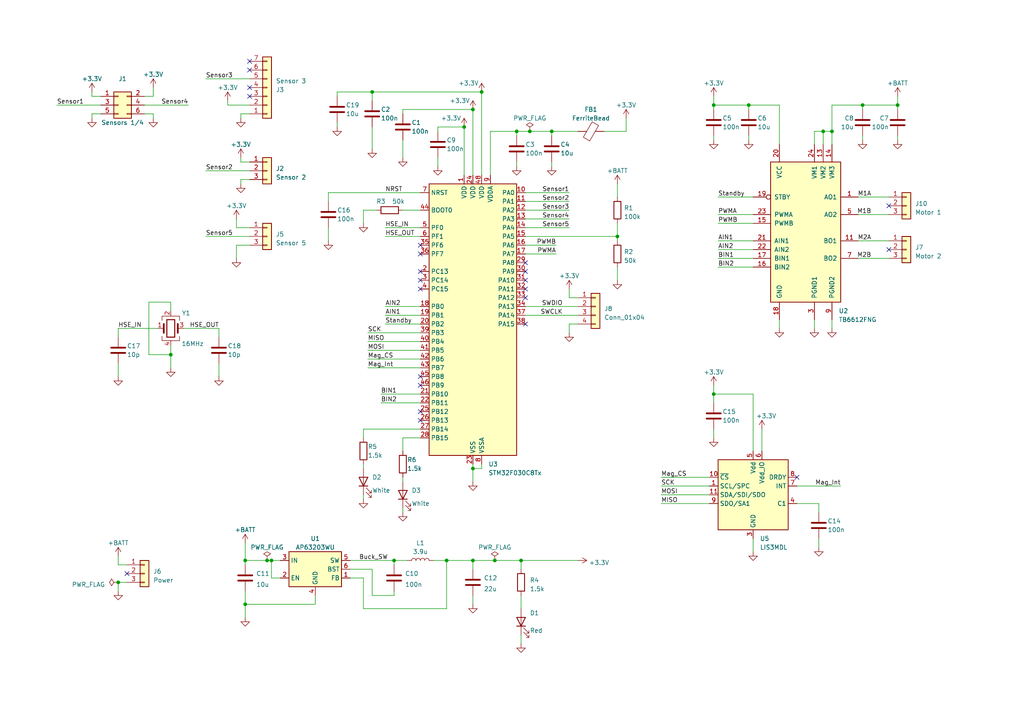
<source format=kicad_sch>
(kicad_sch (version 20230121) (generator eeschema)
  (paper "A4")
  (lib_symbols
    (symbol "Connector_Generic:Conn_01x03" (pin_names (offset 1.016) hide)
      (property "Reference" "J" (at 0 5.08 0))
      (property "Value" "Conn_01x03" (at 0 -5.08 0))
      (symbol "Conn_01x03_1_1"
        (rectangle (start -1.27 -2.413) (end 0 -2.667) (stroke (width 0.1524)))
        (rectangle (start -1.27 0.127) (end 0 -0.127) (stroke (width 0.1524)))
        (rectangle (start -1.27 2.667) (end 0 2.413) (stroke (width 0.1524)))
        (rectangle (start -1.27 3.81) (end 1.27 -3.81) (stroke (width 0.254)) (fill (type background)))
        (pin passive line (at -5.08 2.54 0) (length 3.81) (name "Pin_1") (number "1"))
        (pin passive line (at -5.08 0 0) (length 3.81) (name "Pin_2") (number "2"))
        (pin passive line (at -5.08 -2.54 0) (length 3.81) (name "Pin_3") (number "3"))
      )
    )
    (symbol "Connector_Generic:Conn_01x04" (pin_names (offset 1.016) hide)
      (property "Reference" "J" (at 0 5.08 0))
      (property "Value" "Conn_01x04" (at 0 -7.62 0))
      (symbol "Conn_01x04_1_1"
        (rectangle (start -1.27 -4.953) (end 0 -5.207) (stroke (width 0.1524)))
        (rectangle (start -1.27 -2.413) (end 0 -2.667) (stroke (width 0.1524)))
        (rectangle (start -1.27 0.127) (end 0 -0.127) (stroke (width 0.1524)))
        (rectangle (start -1.27 2.667) (end 0 2.413) (stroke (width 0.1524)))
        (rectangle (start -1.27 3.81) (end 1.27 -6.35) (stroke (width 0.254)) (fill (type background)))
        (pin passive line (at -5.08 2.54 0) (length 3.81) (name "Pin_1") (number "1"))
        (pin passive line (at -5.08 0 0) (length 3.81) (name "Pin_2") (number "2"))
        (pin passive line (at -5.08 -2.54 0) (length 3.81) (name "Pin_3") (number "3"))
        (pin passive line (at -5.08 -5.08 0) (length 3.81) (name "Pin_4") (number "4"))
      )
    )
    (symbol "Connector_Generic:Conn_01x07" (pin_names (offset 1.016) hide)
      (property "Reference" "J" (at 0 10.16 0))
      (property "Value" "Conn_01x07" (at 0 -10.16 0))
      (symbol "Conn_01x07_1_1"
        (rectangle (start -1.27 -7.493) (end 0 -7.747) (stroke (width 0.1524)))
        (rectangle (start -1.27 -4.953) (end 0 -5.207) (stroke (width 0.1524)))
        (rectangle (start -1.27 -2.413) (end 0 -2.667) (stroke (width 0.1524)))
        (rectangle (start -1.27 0.127) (end 0 -0.127) (stroke (width 0.1524)))
        (rectangle (start -1.27 2.667) (end 0 2.413) (stroke (width 0.1524)))
        (rectangle (start -1.27 5.207) (end 0 4.953) (stroke (width 0.1524)))
        (rectangle (start -1.27 7.747) (end 0 7.493) (stroke (width 0.1524)))
        (rectangle (start -1.27 8.89) (end 1.27 -8.89) (stroke (width 0.254)) (fill (type background)))
        (pin passive line (at -5.08 7.62 0) (length 3.81) (name "Pin_1") (number "1"))
        (pin passive line (at -5.08 5.08 0) (length 3.81) (name "Pin_2") (number "2"))
        (pin passive line (at -5.08 2.54 0) (length 3.81) (name "Pin_3") (number "3"))
        (pin passive line (at -5.08 0 0) (length 3.81) (name "Pin_4") (number "4"))
        (pin passive line (at -5.08 -2.54 0) (length 3.81) (name "Pin_5") (number "5"))
        (pin passive line (at -5.08 -5.08 0) (length 3.81) (name "Pin_6") (number "6"))
        (pin passive line (at -5.08 -7.62 0) (length 3.81) (name "Pin_7") (number "7"))
      )
    )
    (symbol "Connector_Generic:Conn_02x03_Odd_Even" (pin_names (offset 1.016) hide)
      (property "Reference" "J" (at 1.27 5.08 0))
      (property "Value" "Conn_02x03_Odd_Even" (at 1.27 -5.08 0))
      (symbol "Conn_02x03_Odd_Even_1_1"
        (rectangle (start -1.27 -2.413) (end 0 -2.667) (stroke (width 0.1524)))
        (rectangle (start -1.27 0.127) (end 0 -0.127) (stroke (width 0.1524)))
        (rectangle (start -1.27 2.667) (end 0 2.413) (stroke (width 0.1524)))
        (rectangle (start -1.27 3.81) (end 3.81 -3.81) (stroke (width 0.254)) (fill (type background)))
        (rectangle (start 3.81 -2.413) (end 2.54 -2.667) (stroke (width 0.1524)))
        (rectangle (start 3.81 0.127) (end 2.54 -0.127) (stroke (width 0.1524)))
        (rectangle (start 3.81 2.667) (end 2.54 2.413) (stroke (width 0.1524)))
        (pin passive line (at -5.08 2.54 0) (length 3.81) (name "Pin_1") (number "1"))
        (pin passive line (at 7.62 2.54 180) (length 3.81) (name "Pin_2") (number "2"))
        (pin passive line (at -5.08 0 0) (length 3.81) (name "Pin_3") (number "3"))
        (pin passive line (at 7.62 0 180) (length 3.81) (name "Pin_4") (number "4"))
        (pin passive line (at -5.08 -2.54 0) (length 3.81) (name "Pin_5") (number "5"))
        (pin passive line (at 7.62 -2.54 180) (length 3.81) (name "Pin_6") (number "6"))
      )
    )
    (symbol "Device:C" (pin_numbers hide) (pin_names (offset 0.254))
      (property "Reference" "C" (at 0.635 2.54 0))
      (property "Value" "C" (at 0.635 -2.54 0))
      (symbol "C_0_1"
        (polyline (pts (xy -2.032 -0.762) (xy 2.032 -0.762)) (stroke (width 0.508)))
        (polyline (pts (xy -2.032 0.762) (xy 2.032 0.762)) (stroke (width 0.508)))
      )
      (symbol "C_1_1"
        (pin passive line (at 0 3.81 270) (length 2.794) (name "~") (number "1"))
        (pin passive line (at 0 -3.81 90) (length 2.794) (name "~") (number "2"))
      )
    )
    (symbol "Device:Crystal_GND24" (pin_names (offset 1.016) hide)
      (property "Reference" "Y" (at 3.175 5.08 0))
      (property "Value" "Crystal_GND24" (at 3.175 3.175 0))
      (symbol "Crystal_GND24_0_1"
        (rectangle (start -1.143 2.54) (end 1.143 -2.54) (stroke (width 0.3048)))
        (polyline (pts (xy -2.54 0) (xy -2.032 0)))
        (polyline (pts (xy -2.032 -1.27) (xy -2.032 1.27)) (stroke (width 0.508)))
        (polyline (pts (xy 0 -3.81) (xy 0 -3.556)))
        (polyline (pts (xy 0 3.556) (xy 0 3.81)))
        (polyline (pts (xy 2.032 -1.27) (xy 2.032 1.27)) (stroke (width 0.508)))
        (polyline (pts (xy 2.032 0) (xy 2.54 0)))
        (polyline (pts (xy -2.54 -2.286) (xy -2.54 -3.556) (xy 2.54 -3.556) (xy 2.54 -2.286)))
        (polyline (pts (xy -2.54 2.286) (xy -2.54 3.556) (xy 2.54 3.556) (xy 2.54 2.286)))
      )
      (symbol "Crystal_GND24_1_1"
        (pin passive line (at -3.81 0 0) (length 1.27) (name "1") (number "1"))
        (pin passive line (at 0 5.08 270) (length 1.27) (name "2") (number "2"))
        (pin passive line (at 3.81 0 180) (length 1.27) (name "3") (number "3"))
        (pin passive line (at 0 -5.08 90) (length 1.27) (name "4") (number "4"))
      )
    )
    (symbol "Device:FerriteBead" (pin_numbers hide) (pin_names (offset 0))
      (property "Reference" "FB" (at -3.81 0.635 90))
      (property "Value" "FerriteBead" (at 3.81 0 90))
      (symbol "FerriteBead_0_1"
        (polyline (pts (xy 0 -1.27) (xy 0 -1.2192)))
        (polyline (pts (xy 0 1.27) (xy 0 1.2954)))
        (polyline (pts (xy -2.7686 0.4064) (xy -1.7018 2.2606) (xy 2.7686 -0.3048) (xy 1.6764 -2.159) (xy -2.7686 0.4064)))
      )
      (symbol "FerriteBead_1_1"
        (pin passive line (at 0 3.81 270) (length 2.54) (name "~") (number "1"))
        (pin passive line (at 0 -3.81 90) (length 2.54) (name "~") (number "2"))
      )
    )
    (symbol "Device:L" (pin_numbers hide) (pin_names (offset 1.016) hide)
      (property "Reference" "L" (at -1.27 0 90))
      (property "Value" "L" (at 1.905 0 90))
      (symbol "L_0_1"
        (arc (start 0 -2.54) (mid 0.6323 -1.905) (end 0 -1.27))
        (arc (start 0 -1.27) (mid 0.6323 -0.635) (end 0 0))
        (arc (start 0 0) (mid 0.6323 0.635) (end 0 1.27))
        (arc (start 0 1.27) (mid 0.6323 1.905) (end 0 2.54))
      )
      (symbol "L_1_1"
        (pin passive line (at 0 3.81 270) (length 1.27) (name "1") (number "1"))
        (pin passive line (at 0 -3.81 90) (length 1.27) (name "2") (number "2"))
      )
    )
    (symbol "Device:LED" (pin_numbers hide) (pin_names (offset 1.016) hide)
      (property "Reference" "D" (at 0 2.54 0))
      (property "Value" "LED" (at 0 -2.54 0))
      (symbol "LED_0_1"
        (polyline (pts (xy -1.27 -1.27) (xy -1.27 1.27)) (stroke (width 0.254)))
        (polyline (pts (xy -1.27 0) (xy 1.27 0)))
        (polyline (pts (xy 1.27 -1.27) (xy 1.27 1.27) (xy -1.27 0) (xy 1.27 -1.27)) (stroke (width 0.254)))
        (polyline (pts (xy -3.048 -0.762) (xy -4.572 -2.286) (xy -3.81 -2.286) (xy -4.572 -2.286) (xy -4.572 -1.524)))
        (polyline (pts (xy -1.778 -0.762) (xy -3.302 -2.286) (xy -2.54 -2.286) (xy -3.302 -2.286) (xy -3.302 -1.524)))
      )
      (symbol "LED_1_1"
        (pin passive line (at -3.81 0 0) (length 2.54) (name "K") (number "1"))
        (pin passive line (at 3.81 0 180) (length 2.54) (name "A") (number "2"))
      )
    )
    (symbol "Device:R" (pin_numbers hide) (pin_names (offset 0))
      (property "Reference" "R" (at 2.032 0 90))
      (property "Value" "R" (at 0 0 90))
      (symbol "R_0_1"
        (rectangle (start -1.016 -2.54) (end 1.016 2.54) (stroke (width 0.254)))
      )
      (symbol "R_1_1"
        (pin passive line (at 0 3.81 270) (length 1.27) (name "~") (number "1"))
        (pin passive line (at 0 -3.81 90) (length 1.27) (name "~") (number "2"))
      )
    )
    (symbol "Driver_Motor:TB6612FNG" (pin_names (offset 1.016))
      (property "Reference" "U" (at 11.43 17.78 0))
      (property "Value" "TB6612FNG" (at 11.43 15.24 0))
      (symbol "TB6612FNG_0_1"
        (rectangle (start -10.16 20.32) (end 10.16 -20.32) (stroke (width 0.254)) (fill (type background)))
      )
      (symbol "TB6612FNG_1_1"
        (pin output line (at 15.24 10.16 180) (length 5.08) (name "AO1") (number "1"))
        (pin passive line (at 7.62 -25.4 90) (length 5.08) hide (name "PGND2") (number "10"))
        (pin output line (at 15.24 -2.54 180) (length 5.08) (name "BO1") (number "11"))
        (pin passive line (at 15.24 -2.54 180) (length 5.08) hide (name "BO1") (number "12"))
        (pin power_in line (at 5.08 25.4 270) (length 5.08) (name "VM2") (number "13"))
        (pin power_in line (at 7.62 25.4 270) (length 5.08) (name "VM3") (number "14"))
        (pin input line (at -15.24 2.54 0) (length 5.08) (name "PWMB") (number "15"))
        (pin input line (at -15.24 -10.16 0) (length 5.08) (name "BIN2") (number "16"))
        (pin input line (at -15.24 -7.62 0) (length 5.08) (name "BIN1") (number "17"))
        (pin power_in line (at -7.62 -25.4 90) (length 5.08) (name "GND") (number "18"))
        (pin input inverted (at -15.24 10.16 0) (length 5.08) (name "STBY") (number "19"))
        (pin passive line (at 15.24 10.16 180) (length 5.08) hide (name "AO1") (number "2"))
        (pin power_in line (at -7.62 25.4 270) (length 5.08) (name "VCC") (number "20"))
        (pin input line (at -15.24 -2.54 0) (length 5.08) (name "AIN1") (number "21"))
        (pin input line (at -15.24 -5.08 0) (length 5.08) (name "AIN2") (number "22"))
        (pin input line (at -15.24 5.08 0) (length 5.08) (name "PWMA") (number "23"))
        (pin power_in line (at 2.54 25.4 270) (length 5.08) (name "VM1") (number "24"))
        (pin power_in line (at 2.54 -25.4 90) (length 5.08) (name "PGND1") (number "3"))
        (pin passive line (at 2.54 -25.4 90) (length 5.08) hide (name "PGND1") (number "4"))
        (pin output line (at 15.24 5.08 180) (length 5.08) (name "AO2") (number "5"))
        (pin passive line (at 15.24 5.08 180) (length 5.08) hide (name "AO2") (number "6"))
        (pin output line (at 15.24 -7.62 180) (length 5.08) (name "BO2") (number "7"))
        (pin passive line (at 15.24 -7.62 180) (length 5.08) hide (name "BO2") (number "8"))
        (pin power_in line (at 7.62 -25.4 90) (length 5.08) (name "PGND2") (number "9"))
      )
    )
    (symbol "MCU_ST_STM32F0:STM32F030C8Tx"
      (property "Reference" "U" (at -12.7 41.91 0))
      (property "Value" "STM32F030C8Tx" (at 7.62 41.91 0))
      (symbol "STM32F030C8Tx_0_1"
        (rectangle (start -12.7 -38.1) (end 12.7 40.64) (stroke (width 0.254)) (fill (type background)))
      )
      (symbol "STM32F030C8Tx_1_1"
        (pin power_in line (at -2.54 43.18 270) (length 2.54) (name "VDD") (number "1"))
        (pin bidirectional line (at 15.24 38.1 180) (length 2.54) (name "PA0") (number "10"))
        (pin bidirectional line (at 15.24 35.56 180) (length 2.54) (name "PA1") (number "11"))
        (pin bidirectional line (at 15.24 33.02 180) (length 2.54) (name "PA2") (number "12"))
        (pin bidirectional line (at 15.24 30.48 180) (length 2.54) (name "PA3") (number "13"))
        (pin bidirectional line (at 15.24 27.94 180) (length 2.54) (name "PA4") (number "14"))
        (pin bidirectional line (at 15.24 25.4 180) (length 2.54) (name "PA5") (number "15"))
        (pin bidirectional line (at 15.24 22.86 180) (length 2.54) (name "PA6") (number "16"))
        (pin bidirectional line (at 15.24 20.32 180) (length 2.54) (name "PA7") (number "17"))
        (pin bidirectional line (at -15.24 5.08 0) (length 2.54) (name "PB0") (number "18"))
        (pin bidirectional line (at -15.24 2.54 0) (length 2.54) (name "PB1") (number "19"))
        (pin bidirectional line (at -15.24 15.24 0) (length 2.54) (name "PC13") (number "2"))
        (pin bidirectional line (at -15.24 0 0) (length 2.54) (name "PB2") (number "20"))
        (pin bidirectional line (at -15.24 -20.32 0) (length 2.54) (name "PB10") (number "21"))
        (pin bidirectional line (at -15.24 -22.86 0) (length 2.54) (name "PB11") (number "22"))
        (pin power_in line (at 0 -40.64 90) (length 2.54) (name "VSS") (number "23"))
        (pin power_in line (at 0 43.18 270) (length 2.54) (name "VDD") (number "24"))
        (pin bidirectional line (at -15.24 -25.4 0) (length 2.54) (name "PB12") (number "25"))
        (pin bidirectional line (at -15.24 -27.94 0) (length 2.54) (name "PB13") (number "26"))
        (pin bidirectional line (at -15.24 -30.48 0) (length 2.54) (name "PB14") (number "27"))
        (pin bidirectional line (at -15.24 -33.02 0) (length 2.54) (name "PB15") (number "28"))
        (pin bidirectional line (at 15.24 17.78 180) (length 2.54) (name "PA8") (number "29"))
        (pin bidirectional line (at -15.24 12.7 0) (length 2.54) (name "PC14") (number "3"))
        (pin bidirectional line (at 15.24 15.24 180) (length 2.54) (name "PA9") (number "30"))
        (pin bidirectional line (at 15.24 12.7 180) (length 2.54) (name "PA10") (number "31"))
        (pin bidirectional line (at 15.24 10.16 180) (length 2.54) (name "PA11") (number "32"))
        (pin bidirectional line (at 15.24 7.62 180) (length 2.54) (name "PA12") (number "33"))
        (pin bidirectional line (at 15.24 5.08 180) (length 2.54) (name "PA13") (number "34"))
        (pin bidirectional line (at -15.24 22.86 0) (length 2.54) (name "PF6") (number "35"))
        (pin bidirectional line (at -15.24 20.32 0) (length 2.54) (name "PF7") (number "36"))
        (pin bidirectional line (at 15.24 2.54 180) (length 2.54) (name "PA14") (number "37"))
        (pin bidirectional line (at 15.24 0 180) (length 2.54) (name "PA15") (number "38"))
        (pin bidirectional line (at -15.24 -2.54 0) (length 2.54) (name "PB3") (number "39"))
        (pin bidirectional line (at -15.24 10.16 0) (length 2.54) (name "PC15") (number "4"))
        (pin bidirectional line (at -15.24 -5.08 0) (length 2.54) (name "PB4") (number "40"))
        (pin bidirectional line (at -15.24 -7.62 0) (length 2.54) (name "PB5") (number "41"))
        (pin bidirectional line (at -15.24 -10.16 0) (length 2.54) (name "PB6") (number "42"))
        (pin bidirectional line (at -15.24 -12.7 0) (length 2.54) (name "PB7") (number "43"))
        (pin input line (at -15.24 33.02 0) (length 2.54) (name "BOOT0") (number "44"))
        (pin bidirectional line (at -15.24 -15.24 0) (length 2.54) (name "PB8") (number "45"))
        (pin bidirectional line (at -15.24 -17.78 0) (length 2.54) (name "PB9") (number "46"))
        (pin passive line (at 0 -40.64 90) (length 2.54) hide (name "VSS") (number "47"))
        (pin power_in line (at 2.54 43.18 270) (length 2.54) (name "VDD") (number "48"))
        (pin bidirectional line (at -15.24 27.94 0) (length 2.54) (name "PF0") (number "5"))
        (pin bidirectional line (at -15.24 25.4 0) (length 2.54) (name "PF1") (number "6"))
        (pin input line (at -15.24 38.1 0) (length 2.54) (name "NRST") (number "7"))
        (pin power_in line (at 2.54 -40.64 90) (length 2.54) (name "VSSA") (number "8"))
        (pin power_in line (at 5.08 43.18 270) (length 2.54) (name "VDDA") (number "9"))
      )
    )
    (symbol "Regulator_Switching:AP63203WU"
      (property "Reference" "U" (at -7.62 6.35 0))
      (property "Value" "AP63203WU" (at 2.54 6.35 0))
      (symbol "AP63203WU_0_1"
        (rectangle (start -7.62 5.08) (end 7.62 -5.08) (stroke (width 0.254)) (fill (type background)))
      )
      (symbol "AP63203WU_1_1"
        (pin input line (at 10.16 -2.54 180) (length 2.54) (name "FB") (number "1"))
        (pin input line (at -10.16 -2.54 0) (length 2.54) (name "EN") (number "2"))
        (pin power_in line (at -10.16 2.54 0) (length 2.54) (name "IN") (number "3"))
        (pin power_in line (at 0 -7.62 90) (length 2.54) (name "GND") (number "4"))
        (pin output line (at 10.16 2.54 180) (length 2.54) (name "SW") (number "5"))
        (pin passive line (at 10.16 0 180) (length 2.54) (name "BST") (number "6"))
      )
    )
    (symbol "Sensor_Magnetic:LIS3MDL"
      (property "Reference" "U" (at -8.89 11.43 0))
      (property "Value" "LIS3MDL" (at 7.62 11.43 0))
      (symbol "LIS3MDL_0_1"
        (rectangle (start -10.16 10.16) (end 10.16 -10.16) (stroke (width 0.254)) (fill (type background)))
      )
      (symbol "LIS3MDL_1_1"
        (pin input line (at -12.7 2.54 0) (length 2.54) (name "SCL/SPC") (number "1"))
        (pin input line (at -12.7 5.08 0) (length 2.54) (name "~{CS}") (number "10"))
        (pin bidirectional line (at -12.7 0 0) (length 2.54) (name "SDA/SDI/SDO") (number "11"))
        (pin passive line (at 0 -12.7 90) (length 2.54) hide (name "GND") (number "12"))
        (pin passive line (at 0 -12.7 90) (length 2.54) hide (name "GND") (number "2"))
        (pin power_in line (at 0 -12.7 90) (length 2.54) (name "GND") (number "3"))
        (pin power_out line (at 12.7 -2.54 180) (length 2.54) (name "C1") (number "4"))
        (pin power_in line (at 0 12.7 270) (length 2.54) (name "Vdd") (number "5"))
        (pin power_in line (at 2.54 12.7 270) (length 2.54) (name "Vdd_IO") (number "6"))
        (pin output line (at 12.7 2.54 180) (length 2.54) (name "INT") (number "7"))
        (pin output line (at 12.7 5.08 180) (length 2.54) (name "DRDY") (number "8"))
        (pin bidirectional line (at -12.7 -2.54 0) (length 2.54) (name "SDO/SA1") (number "9"))
      )
    )
    (symbol "power:+3.3V" (power) (pin_names (offset 0))
      (property "Value" "+3.3V" (at 0 3.556 0))
      (symbol "+3.3V_0_1"
        (polyline (pts (xy -0.762 1.27) (xy 0 2.54)))
        (polyline (pts (xy 0 0) (xy 0 2.54)))
        (polyline (pts (xy 0 2.54) (xy 0.762 1.27)))
      )
      (symbol "+3.3V_1_1"
        (pin power_in line (at 0 0 90) (length 0) hide (name "+3.3V") (number "1"))
      )
    )
    (symbol "power:+BATT" (power) (pin_names (offset 0))
      (property "Value" "+BATT" (at 0 3.556 0))
      (symbol "+BATT_0_1"
        (polyline (pts (xy -0.762 1.27) (xy 0 2.54)))
        (polyline (pts (xy 0 0) (xy 0 2.54)))
        (polyline (pts (xy 0 2.54) (xy 0.762 1.27)))
      )
      (symbol "+BATT_1_1"
        (pin power_in line (at 0 0 90) (length 0) hide (name "+BATT") (number "1"))
      )
    )
    (symbol "power:GND" (power) (pin_names (offset 0))
      (property "Value" "GND" (at 0 -3.81 0))
      (symbol "GND_0_1"
        (polyline (pts (xy 0 0) (xy 0 -1.27) (xy 1.27 -1.27) (xy 0 -2.54) (xy -1.27 -1.27) (xy 0 -1.27)))
      )
      (symbol "GND_1_1"
        (pin power_in line (at 0 0 270) (length 0) hide (name "GND") (number "1"))
      )
    )
    (symbol "power:PWR_FLAG" (power) (pin_numbers hide) (pin_names (offset 0) hide)
      (property "Value" "PWR_FLAG" (at 0 3.81 0))
      (symbol "PWR_FLAG_0_0"
        (pin power_out line (at 0 0 90) (length 0) (name "pwr") (number "1"))
      )
      (symbol "PWR_FLAG_0_1"
        (polyline (pts (xy 0 0) (xy 0 1.27) (xy -1.016 1.905) (xy 0 2.54) (xy 1.016 1.905) (xy 0 1.27)))
      )
    )
  )
  (junction (at 250.19 30.48))
  (junction (at 129.54 162.56))
  (junction (at 34.29 168.91))
  (junction (at 238.76 38.1))
  (junction (at 71.12 162.56))
  (junction (at 137.16 162.56))
  (junction (at 179.07 68.58))
  (junction (at 134.62 36.83))
  (junction (at 160.02 38.1))
  (junction (at 71.12 175.26))
  (junction (at 49.53 102.87))
  (junction (at 139.7 26.67))
  (junction (at 137.16 135.89))
  (junction (at 114.3 162.56))
  (junction (at 241.3 38.1))
  (junction (at 217.17 30.48))
  (junction (at 143.51 162.56))
  (junction (at 153.67 38.1))
  (junction (at 207.01 114.3))
  (junction (at 77.47 162.56))
  (junction (at 207.01 30.48))
  (junction (at 107.95 26.67))
  (junction (at 137.16 31.75))
  (junction (at 260.35 30.48))
  (junction (at 151.13 162.56))
  (junction (at 78.74 162.56))
  (junction (at 149.86 38.1))
  (no_connect (at 121.92 71.12))
  (no_connect (at 121.92 78.74))
  (no_connect (at 121.92 73.66))
  (no_connect (at 121.92 111.76))
  (no_connect (at 257.81 59.69))
  (no_connect (at 121.92 119.38))
  (no_connect (at 152.4 83.82))
  (no_connect (at 72.39 27.94))
  (no_connect (at 121.92 83.82))
  (no_connect (at 72.39 17.78))
  (no_connect (at 152.4 76.2))
  (no_connect (at 257.81 72.39))
  (no_connect (at 72.39 20.32))
  (no_connect (at 231.14 138.43))
  (no_connect (at 152.4 81.28))
  (no_connect (at 152.4 93.98))
  (no_connect (at 121.92 109.22))
  (no_connect (at 152.4 86.36))
  (no_connect (at 72.39 25.4))
  (no_connect (at 121.92 121.92))
  (no_connect (at 36.83 166.37))
  (no_connect (at 121.92 81.28))
  (no_connect (at 152.4 78.74))
  (wire (pts (xy 151.13 184.15) (xy 151.13 186.69)))
  (wire (pts (xy 97.79 26.67) (xy 107.95 26.67)))
  (wire (pts (xy 248.92 62.23) (xy 257.81 62.23)))
  (wire (pts (xy 71.12 175.26) (xy 71.12 179.07)))
  (wire (pts (xy 107.95 26.67) (xy 107.95 29.21)))
  (wire (pts (xy 106.68 104.14) (xy 121.92 104.14)))
  (wire (pts (xy 248.92 69.85) (xy 257.81 69.85)))
  (wire (pts (xy 72.39 66.04) (xy 68.58 66.04)))
  (wire (pts (xy 160.02 38.1) (xy 160.02 39.37)))
  (wire (pts (xy 107.95 172.72) (xy 114.3 172.72)))
  (wire (pts (xy 226.06 30.48) (xy 217.17 30.48)))
  (wire (pts (xy 231.14 146.05) (xy 237.49 146.05)))
  (wire (pts (xy 116.84 60.96) (xy 121.92 60.96)))
  (wire (pts (xy 105.41 143.51) (xy 105.41 144.78)))
  (wire (pts (xy 149.86 38.1) (xy 149.86 39.37)))
  (wire (pts (xy 72.39 30.48) (xy 66.04 30.48)))
  (wire (pts (xy 179.07 57.15) (xy 179.07 53.34)))
  (wire (pts (xy 105.41 167.64) (xy 105.41 176.53)))
  (wire (pts (xy 207.01 124.46) (xy 207.01 127)))
  (wire (pts (xy 71.12 162.56) (xy 71.12 163.83)))
  (wire (pts (xy 127 36.83) (xy 134.62 36.83)))
  (wire (pts (xy 260.35 39.37) (xy 260.35 40.64)))
  (wire (pts (xy 106.68 106.68) (xy 121.92 106.68)))
  (wire (pts (xy 68.58 71.12) (xy 68.58 74.93)))
  (wire (pts (xy 71.12 175.26) (xy 91.44 175.26)))
  (wire (pts (xy 191.77 143.51) (xy 205.74 143.51)))
  (wire (pts (xy 101.6 167.64) (xy 105.41 167.64)))
  (wire (pts (xy 137.16 135.89) (xy 137.16 139.7)))
  (wire (pts (xy 111.76 68.58) (xy 121.92 68.58)))
  (wire (pts (xy 208.28 57.15) (xy 218.44 57.15)))
  (wire (pts (xy 41.91 33.02) (xy 44.45 33.02)))
  (wire (pts (xy 208.28 62.23) (xy 218.44 62.23)))
  (wire (pts (xy 134.62 50.8) (xy 134.62 36.83)))
  (wire (pts (xy 152.4 63.5) (xy 165.1 63.5)))
  (wire (pts (xy 191.77 146.05) (xy 205.74 146.05)))
  (wire (pts (xy 72.39 22.86) (xy 59.69 22.86)))
  (wire (pts (xy 137.16 134.62) (xy 137.16 135.89)))
  (wire (pts (xy 237.49 156.21) (xy 237.49 158.75)))
  (wire (pts (xy 238.76 41.91) (xy 238.76 38.1)))
  (wire (pts (xy 78.74 162.56) (xy 77.47 162.56)))
  (wire (pts (xy 152.4 66.04) (xy 165.1 66.04)))
  (wire (pts (xy 208.28 72.39) (xy 218.44 72.39)))
  (wire (pts (xy 107.95 165.1) (xy 107.95 172.72)))
  (wire (pts (xy 81.28 167.64) (xy 78.74 167.64)))
  (wire (pts (xy 111.76 66.04) (xy 121.92 66.04)))
  (wire (pts (xy 34.29 161.29) (xy 34.29 163.83)))
  (wire (pts (xy 26.67 33.02) (xy 26.67 34.29)))
  (wire (pts (xy 207.01 111.76) (xy 207.01 114.3)))
  (wire (pts (xy 49.53 90.17) (xy 49.53 87.63)))
  (wire (pts (xy 260.35 30.48) (xy 260.35 31.75)))
  (wire (pts (xy 69.85 45.72) (xy 69.85 46.99)))
  (wire (pts (xy 143.51 162.56) (xy 151.13 162.56)))
  (wire (pts (xy 237.49 146.05) (xy 237.49 148.59)))
  (wire (pts (xy 34.29 168.91) (xy 34.29 171.45)))
  (wire (pts (xy 139.7 134.62) (xy 139.7 135.89)))
  (wire (pts (xy 116.84 147.32) (xy 116.84 148.59)))
  (wire (pts (xy 68.58 63.5) (xy 68.58 66.04)))
  (wire (pts (xy 236.22 92.71) (xy 236.22 95.25)))
  (wire (pts (xy 226.06 92.71) (xy 226.06 95.25)))
  (wire (pts (xy 208.28 77.47) (xy 218.44 77.47)))
  (wire (pts (xy 43.18 102.87) (xy 49.53 102.87)))
  (wire (pts (xy 241.3 30.48) (xy 250.19 30.48)))
  (wire (pts (xy 139.7 26.67) (xy 139.7 50.8)))
  (wire (pts (xy 95.25 55.88) (xy 95.25 58.42)))
  (wire (pts (xy 160.02 46.99) (xy 160.02 48.26)))
  (wire (pts (xy 34.29 95.25) (xy 45.72 95.25)))
  (wire (pts (xy 77.47 162.56) (xy 71.12 162.56)))
  (wire (pts (xy 139.7 135.89) (xy 137.16 135.89)))
  (wire (pts (xy 152.4 68.58) (xy 179.07 68.58)))
  (wire (pts (xy 121.92 124.46) (xy 105.41 124.46)))
  (wire (pts (xy 109.22 60.96) (xy 105.41 60.96)))
  (wire (pts (xy 165.1 83.82) (xy 165.1 86.36)))
  (wire (pts (xy 167.64 86.36) (xy 165.1 86.36)))
  (wire (pts (xy 72.39 33.02) (xy 69.85 33.02)))
  (wire (pts (xy 181.61 34.29) (xy 181.61 38.1)))
  (wire (pts (xy 71.12 171.45) (xy 71.12 175.26)))
  (wire (pts (xy 241.3 41.91) (xy 241.3 38.1)))
  (wire (pts (xy 72.39 49.53) (xy 59.69 49.53)))
  (wire (pts (xy 95.25 66.04) (xy 95.25 69.85)))
  (wire (pts (xy 218.44 130.81) (xy 218.44 114.3)))
  (wire (pts (xy 236.22 41.91) (xy 236.22 38.1)))
  (wire (pts (xy 129.54 162.56) (xy 125.73 162.56)))
  (wire (pts (xy 63.5 97.79) (xy 63.5 95.25)))
  (wire (pts (xy 137.16 172.72) (xy 137.16 175.26)))
  (wire (pts (xy 207.01 39.37) (xy 207.01 40.64)))
  (wire (pts (xy 41.91 27.94) (xy 44.45 27.94)))
  (wire (pts (xy 220.98 124.46) (xy 220.98 130.81)))
  (wire (pts (xy 179.07 64.77) (xy 179.07 68.58)))
  (wire (pts (xy 127 36.83) (xy 127 38.1)))
  (wire (pts (xy 153.67 38.1) (xy 160.02 38.1)))
  (wire (pts (xy 121.92 99.06) (xy 106.68 99.06)))
  (wire (pts (xy 97.79 27.94) (xy 97.79 26.67)))
  (wire (pts (xy 63.5 105.41) (xy 63.5 109.22)))
  (wire (pts (xy 248.92 57.15) (xy 257.81 57.15)))
  (wire (pts (xy 238.76 38.1) (xy 241.3 38.1)))
  (wire (pts (xy 250.19 30.48) (xy 260.35 30.48)))
  (wire (pts (xy 175.26 38.1) (xy 181.61 38.1)))
  (wire (pts (xy 248.92 74.93) (xy 257.81 74.93)))
  (wire (pts (xy 218.44 114.3) (xy 207.01 114.3)))
  (wire (pts (xy 29.21 30.48) (xy 16.51 30.48)))
  (wire (pts (xy 97.79 35.56) (xy 97.79 36.83)))
  (wire (pts (xy 116.84 40.64) (xy 116.84 45.72)))
  (wire (pts (xy 111.76 91.44) (xy 121.92 91.44)))
  (wire (pts (xy 41.91 30.48) (xy 54.61 30.48)))
  (wire (pts (xy 217.17 30.48) (xy 207.01 30.48)))
  (wire (pts (xy 129.54 176.53) (xy 129.54 162.56)))
  (wire (pts (xy 217.17 30.48) (xy 217.17 31.75)))
  (wire (pts (xy 207.01 114.3) (xy 207.01 116.84)))
  (wire (pts (xy 137.16 162.56) (xy 143.51 162.56)))
  (wire (pts (xy 241.3 38.1) (xy 241.3 30.48)))
  (wire (pts (xy 160.02 38.1) (xy 167.64 38.1)))
  (wire (pts (xy 66.04 29.21) (xy 66.04 30.48)))
  (wire (pts (xy 114.3 163.83) (xy 114.3 162.56)))
  (wire (pts (xy 191.77 138.43) (xy 205.74 138.43)))
  (wire (pts (xy 71.12 157.48) (xy 71.12 162.56)))
  (wire (pts (xy 101.6 162.56) (xy 114.3 162.56)))
  (wire (pts (xy 165.1 93.98) (xy 165.1 96.52)))
  (wire (pts (xy 208.28 64.77) (xy 218.44 64.77)))
  (wire (pts (xy 72.39 46.99) (xy 69.85 46.99)))
  (wire (pts (xy 105.41 134.62) (xy 105.41 135.89)))
  (wire (pts (xy 127 45.72) (xy 127 48.26)))
  (wire (pts (xy 151.13 162.56) (xy 151.13 165.1)))
  (wire (pts (xy 49.53 102.87) (xy 49.53 106.68)))
  (wire (pts (xy 231.14 140.97) (xy 243.84 140.97)))
  (wire (pts (xy 149.86 38.1) (xy 153.67 38.1)))
  (wire (pts (xy 110.49 116.84) (xy 121.92 116.84)))
  (wire (pts (xy 142.24 50.8) (xy 142.24 38.1)))
  (wire (pts (xy 250.19 30.48) (xy 250.19 31.75)))
  (wire (pts (xy 78.74 167.64) (xy 78.74 162.56)))
  (wire (pts (xy 44.45 25.4) (xy 44.45 27.94)))
  (wire (pts (xy 208.28 69.85) (xy 218.44 69.85)))
  (wire (pts (xy 167.64 93.98) (xy 165.1 93.98)))
  (wire (pts (xy 72.39 52.07) (xy 69.85 52.07)))
  (wire (pts (xy 116.84 31.75) (xy 116.84 33.02)))
  (wire (pts (xy 95.25 55.88) (xy 121.92 55.88)))
  (wire (pts (xy 29.21 33.02) (xy 26.67 33.02)))
  (wire (pts (xy 137.16 31.75) (xy 137.16 50.8)))
  (wire (pts (xy 36.83 168.91) (xy 34.29 168.91)))
  (wire (pts (xy 49.53 87.63) (xy 43.18 87.63)))
  (wire (pts (xy 121.92 127) (xy 116.84 127)))
  (wire (pts (xy 152.4 58.42) (xy 165.1 58.42)))
  (wire (pts (xy 207.01 30.48) (xy 207.01 31.75)))
  (wire (pts (xy 34.29 105.41) (xy 34.29 109.22)))
  (wire (pts (xy 142.24 38.1) (xy 149.86 38.1)))
  (wire (pts (xy 161.29 71.12) (xy 152.4 71.12)))
  (wire (pts (xy 69.85 52.07) (xy 69.85 53.34)))
  (wire (pts (xy 241.3 92.71) (xy 241.3 95.25)))
  (wire (pts (xy 250.19 39.37) (xy 250.19 40.64)))
  (wire (pts (xy 191.77 140.97) (xy 205.74 140.97)))
  (wire (pts (xy 107.95 26.67) (xy 139.7 26.67)))
  (wire (pts (xy 236.22 38.1) (xy 238.76 38.1)))
  (wire (pts (xy 49.53 100.33) (xy 49.53 102.87)))
  (wire (pts (xy 260.35 27.94) (xy 260.35 30.48)))
  (wire (pts (xy 101.6 165.1) (xy 107.95 165.1)))
  (wire (pts (xy 207.01 27.94) (xy 207.01 30.48)))
  (wire (pts (xy 105.41 176.53) (xy 129.54 176.53)))
  (wire (pts (xy 111.76 93.98) (xy 121.92 93.98)))
  (wire (pts (xy 69.85 33.02) (xy 69.85 34.29)))
  (wire (pts (xy 217.17 39.37) (xy 217.17 40.64)))
  (wire (pts (xy 44.45 33.02) (xy 44.45 34.29)))
  (wire (pts (xy 208.28 74.93) (xy 218.44 74.93)))
  (wire (pts (xy 179.07 68.58) (xy 179.07 69.85)))
  (wire (pts (xy 114.3 172.72) (xy 114.3 171.45)))
  (wire (pts (xy 226.06 41.91) (xy 226.06 30.48)))
  (wire (pts (xy 36.83 163.83) (xy 34.29 163.83)))
  (wire (pts (xy 179.07 77.47) (xy 179.07 81.28)))
  (wire (pts (xy 149.86 46.99) (xy 149.86 48.26)))
  (wire (pts (xy 107.95 36.83) (xy 107.95 43.18)))
  (wire (pts (xy 106.68 96.52) (xy 121.92 96.52)))
  (wire (pts (xy 151.13 172.72) (xy 151.13 176.53)))
  (wire (pts (xy 91.44 172.72) (xy 91.44 175.26)))
  (wire (pts (xy 152.4 55.88) (xy 165.1 55.88)))
  (wire (pts (xy 105.41 60.96) (xy 105.41 64.77)))
  (wire (pts (xy 137.16 162.56) (xy 137.16 165.1)))
  (wire (pts (xy 81.28 162.56) (xy 78.74 162.56)))
  (wire (pts (xy 116.84 31.75) (xy 137.16 31.75)))
  (wire (pts (xy 111.76 88.9) (xy 121.92 88.9)))
  (wire (pts (xy 105.41 124.46) (xy 105.41 127)))
  (wire (pts (xy 129.54 162.56) (xy 137.16 162.56)))
  (wire (pts (xy 63.5 95.25) (xy 53.34 95.25)))
  (wire (pts (xy 114.3 162.56) (xy 118.11 162.56)))
  (wire (pts (xy 152.4 88.9) (xy 167.64 88.9)))
  (wire (pts (xy 161.29 73.66) (xy 152.4 73.66)))
  (wire (pts (xy 26.67 26.67) (xy 26.67 27.94)))
  (wire (pts (xy 110.49 114.3) (xy 121.92 114.3)))
  (wire (pts (xy 152.4 60.96) (xy 165.1 60.96)))
  (wire (pts (xy 116.84 138.43) (xy 116.84 139.7)))
  (wire (pts (xy 72.39 71.12) (xy 68.58 71.12)))
  (wire (pts (xy 34.29 97.79) (xy 34.29 95.25)))
  (wire (pts (xy 43.18 87.63) (xy 43.18 102.87)))
  (wire (pts (xy 151.13 162.56) (xy 167.64 162.56)))
  (wire (pts (xy 106.68 101.6) (xy 121.92 101.6)))
  (wire (pts (xy 218.44 156.21) (xy 218.44 160.02)))
  (wire (pts (xy 59.69 68.58) (xy 72.39 68.58)))
  (wire (pts (xy 29.21 27.94) (xy 26.67 27.94)))
  (wire (pts (xy 116.84 127) (xy 116.84 130.81)))
  (wire (pts (xy 152.4 91.44) (xy 167.64 91.44)))
  (label "Sensor4" (at 165.1 63.5 180))
  (label "HSE_IN" (at 34.29 95.25 0))
  (label "AIN2" (at 208.28 72.39 0))
  (label "Mag_Int" (at 243.84 140.97 180))
  (label "HSE_OUT" (at 111.76 68.58 0))
  (label "M2A" (at 252.73 69.85 180))
  (label "MISO" (at 106.68 99.06 0))
  (label "Sensor1" (at 165.1 55.88 180))
  (label "Sensor4" (at 54.61 30.48 180))
  (label "M2B" (at 252.73 74.93 180))
  (label "Sensor2" (at 59.69 49.53 0))
  (label "SWDIO" (at 163.195 88.9 180))
  (label "NRST" (at 111.76 55.88 0))
  (label "SWCLK" (at 163.195 91.44 180))
  (label "AIN1" (at 208.28 69.85 0))
  (label "SCK" (at 106.68 96.52 0))
  (label "Mag_Int" (at 106.68 106.68 0))
  (label "M1B" (at 252.73 62.23 180))
  (label "PWMA" (at 161.29 73.66 180))
  (label "BIN1" (at 110.49 114.3 0))
  (label "MISO" (at 191.77 146.05 0))
  (label "Standby" (at 208.28 57.15 0))
  (label "MOSI" (at 106.68 101.6 0))
  (label "BIN2" (at 208.28 77.47 0))
  (label "PWMA" (at 208.28 62.23 0))
  (label "Sensor1" (at 16.51 30.48 0))
  (label "M1A" (at 252.73 57.15 180))
  (label "Mag_CS" (at 106.68 104.14 0))
  (label "MOSI" (at 191.77 143.51 0))
  (label "BIN2" (at 110.49 116.84 0))
  (label "Sensor5" (at 59.69 68.58 0))
  (label "Mag_CS" (at 191.77 138.43 0))
  (label "PWMB" (at 208.28 64.77 0))
  (label "Sensor5" (at 165.1 66.04 180))
  (label "PWMB" (at 161.29 71.12 180))
  (label "Buck_SW" (at 104.14 162.56 0))
  (label "Sensor3" (at 165.1 60.96 180))
  (label "AIN1" (at 111.76 91.44 0))
  (label "SCK" (at 191.77 140.97 0))
  (label "Sensor2" (at 165.1 58.42 180))
  (label "BIN1" (at 208.28 74.93 0))
  (label "HSE_IN" (at 111.76 66.04 0))
  (label "Sensor3" (at 59.69 22.86 0))
  (label "AIN2" (at 111.76 88.9 0))
  (label "Standby" (at 111.76 93.98 0))
  (label "HSE_OUT" (at 63.5 95.25 180))
  (symbol (lib_id "Device:R") (at 113.03 60.96 90) (unit 1)
    (property "Reference" "R3" (at 110.49 58.42 90))
    (property "Value" "50k" (at 115.57 58.42 90))
    (property "Footprint" "Resistor_SMD:R_0402_1005Metric" (effects hide))
  )
  (symbol (lib_id "Device:C") (at 34.29 101.6 0) (unit 1)
    (property "Reference" "C17" (at 36.83 100.33 0) (effects (justify left)))
    (property "Value" "10p" (at 36.83 102.87 0) (effects (justify left)))
    (property "Footprint" "Capacitor_SMD:C_0402_1005Metric" (effects hide))
  )
  (symbol (lib_id "Connector_Generic:Conn_02x03_Odd_Even") (at 34.29 30.48 0) (unit 1)
    (property "Reference" "J1" (at 35.56 22.86 0))
    (property "Value" "Sensors 1/4" (at 35.56 35.56 0))
    (property "Footprint" "Connector_PinHeader_2.54mm:PinHeader_2x03_P2.54mm_Vertical" (effects hide))
  )
  (symbol (lib_id "Device:C") (at 149.86 43.18 0) (unit 1)
    (property "Reference" "C3" (at 152.4 41.91 0) (effects (justify left)))
    (property "Value" "100n" (at 152.4 44.45 0) (effects (justify left)))
    (property "Footprint" "Capacitor_SMD:C_0402_1005Metric" (effects hide))
  )
  (symbol (lib_id "power:+3.3V") (at 134.62 36.83 0) (unit 1)
    (property "Reference" "#PWR021" (effects hide))
    (property "Value" "+3.3V" (at 130.81 34.29 0))
  )
  (symbol (lib_id "power:GND") (at 137.16 139.7 0) (unit 1)
    (property "Reference" "#PWR06" (effects hide))
    (property "Value" "GND" (effects hide))
  )
  (symbol (lib_id "Regulator_Switching:AP63203WU") (at 91.44 165.1 0) (unit 1)
    (property "Reference" "U1" (at 91.44 156.21 0))
    (property "Value" "AP63203WU" (at 91.44 158.75 0))
    (property "Footprint" "Package_TO_SOT_SMD:TSOT-23-6" (effects hide))
    (property "Datasheet" "https://www.diodes.com/assets/Datasheets/AP63200-AP63201-AP63203-AP63205.pdf" (effects hide))
  )
  (symbol (lib_id "Device:L") (at 121.92 162.56 90) (unit 1)
    (property "Reference" "L1" (at 121.92 157.48 90))
    (property "Value" "3.9u" (at 121.92 160.02 90))
    (property "Footprint" "Inductor_SMD:L_Sunlord_SWPA4030S" (effects hide))
  )
  (symbol (lib_id "power:GND") (at 207.01 127 0) (unit 1)
    (property "Reference" "#PWR040" (effects hide))
    (property "Value" "GND" (effects hide))
  )
  (symbol (lib_id "Device:C") (at 207.01 120.65 0) (unit 1)
    (property "Reference" "C15" (at 209.55 119.38 0) (effects (justify left)))
    (property "Value" "100n" (at 209.55 121.92 0) (effects (justify left)))
    (property "Footprint" "Capacitor_SMD:C_0402_1005Metric" (effects hide))
  )
  (symbol (lib_id "power:+3.3V") (at 165.1 83.82 0) (unit 1)
    (property "Reference" "#PWR051" (effects hide))
    (property "Value" "+3.3V" (at 165.1 80.01 0))
  )
  (symbol (lib_id "power:PWR_FLAG") (at 143.51 162.56 0) (unit 1)
    (property "Reference" "#FLG01" (effects hide))
    (property "Value" "PWR_FLAG" (at 143.51 158.75 0))
  )
  (symbol (lib_id "Device:LED") (at 116.84 143.51 90) (unit 1)
    (property "Reference" "D3" (at 119.38 142.24 90) (effects (justify right)))
    (property "Value" "White" (at 119.38 146.05 90) (effects (justify right)))
    (property "Footprint" "LED_SMD:LED_0603_1608Metric" (effects hide))
  )
  (symbol (lib_id "power:GND") (at 137.16 175.26 0) (unit 1)
    (property "Reference" "#PWR037" (effects hide))
    (property "Value" "GND" (effects hide))
  )
  (symbol (lib_id "power:+3.3V") (at 137.16 31.75 0) (unit 1)
    (property "Reference" "#PWR011" (effects hide))
    (property "Value" "+3.3V" (at 133.35 29.21 0))
  )
  (symbol (lib_id "Device:C") (at 116.84 36.83 0) (unit 1)
    (property "Reference" "C1" (at 119.38 35.56 0) (effects (justify left)))
    (property "Value" "100n" (at 119.38 38.1 0) (effects (justify left)))
    (property "Footprint" "Capacitor_SMD:C_0402_1005Metric" (effects hide))
  )
  (symbol (lib_id "power:GND") (at 44.45 34.29 0) (mirror y) (unit 1)
    (property "Reference" "#PWR029" (effects hide))
    (property "Value" "GND" (effects hide))
  )
  (symbol (lib_id "power:GND") (at 236.22 95.25 0) (unit 1)
    (property "Reference" "#PWR016" (effects hide))
    (property "Value" "GND" (effects hide))
  )
  (symbol (lib_id "Device:R") (at 151.13 168.91 0) (unit 1)
    (property "Reference" "R4" (at 153.67 168.275 0) (effects (justify left)))
    (property "Value" "1.5k" (at 153.67 170.815 0) (effects (justify left)))
    (property "Footprint" "Resistor_SMD:R_0402_1005Metric" (effects hide))
  )
  (symbol (lib_id "power:GND") (at 105.41 64.77 0) (unit 1)
    (property "Reference" "#PWR045" (effects hide))
    (property "Value" "GND" (effects hide))
  )
  (symbol (lib_id "Device:C") (at 217.17 35.56 0) (unit 1)
    (property "Reference" "C6" (at 219.71 34.29 0) (effects (justify left)))
    (property "Value" "10u" (at 219.71 36.83 0) (effects (justify left)))
    (property "Footprint" "Capacitor_SMD:C_0603_1608Metric" (effects hide))
  )
  (symbol (lib_id "power:GND") (at 26.67 34.29 0) (unit 1)
    (property "Reference" "#PWR024" (effects hide))
    (property "Value" "GND" (effects hide))
  )
  (symbol (lib_id "MCU_ST_STM32F0:STM32F030C8Tx") (at 137.16 93.98 0) (unit 1)
    (property "Reference" "U3" (at 141.6559 134.62 0) (effects (justify left)))
    (property "Value" "STM32F030C8Tx" (at 141.6559 137.16 0) (effects (justify left)))
    (property "Footprint" "Package_QFP:LQFP-48_7x7mm_P0.5mm" (effects hide))
    (property "Datasheet" "https://www.st.com/resource/en/datasheet/stm32f030c8.pdf" (effects hide))
  )
  (symbol (lib_id "power:GND") (at 49.53 106.68 0) (unit 1)
    (property "Reference" "#PWR049" (effects hide))
    (property "Value" "GND" (effects hide))
  )
  (symbol (lib_id "Device:C") (at 97.79 31.75 0) (unit 1)
    (property "Reference" "C19" (at 100.33 30.48 0) (effects (justify left)))
    (property "Value" "10u" (at 100.33 33.02 0) (effects (justify left)))
    (property "Footprint" "Capacitor_SMD:C_0603_1608Metric" (effects hide))
  )
  (symbol (lib_id "Device:C") (at 114.3 167.64 0) (unit 1)
    (property "Reference" "C10" (at 117.475 166.37 0) (effects (justify left)))
    (property "Value" "100n" (at 117.475 169.545 0) (effects (justify left)))
    (property "Footprint" "Capacitor_SMD:C_0402_1005Metric" (effects hide))
  )
  (symbol (lib_id "power:+3.3V") (at 26.67 26.67 0) (unit 1)
    (property "Reference" "#PWR025" (effects hide))
    (property "Value" "+3.3V" (at 26.67 22.86 0))
  )
  (symbol (lib_id "Connector_Generic:Conn_01x03") (at 41.91 166.37 0) (unit 1)
    (property "Reference" "J6" (at 44.45 165.735 0) (effects (justify left)))
    (property "Value" "Power" (at 44.45 168.275 0) (effects (justify left)))
    (property "Footprint" "Connector_JST:JST_PH_B3B-PH-K_1x03_P2.00mm_Vertical" (effects hide))
  )
  (symbol (lib_id "power:GND") (at 218.44 160.02 0) (unit 1)
    (property "Reference" "#PWR038" (effects hide))
    (property "Value" "GND" (effects hide))
  )
  (symbol (lib_id "power:GND") (at 107.95 43.18 0) (unit 1)
    (property "Reference" "#PWR02" (effects hide))
    (property "Value" "GND" (effects hide))
  )
  (symbol (lib_id "Device:C") (at 207.01 35.56 0) (unit 1)
    (property "Reference" "C5" (at 209.55 34.29 0) (effects (justify left)))
    (property "Value" "100n" (at 209.55 36.83 0) (effects (justify left)))
    (property "Footprint" "Capacitor_SMD:C_0402_1005Metric" (effects hide))
  )
  (symbol (lib_id "power:+3.3V") (at 207.01 27.94 0) (unit 1)
    (property "Reference" "#PWR09" (effects hide))
    (property "Value" "+3.3V" (at 207.01 24.13 0))
  )
  (symbol (lib_id "power:+3.3V") (at 167.64 162.56 270) (unit 1)
    (property "Reference" "#PWR034" (effects hide))
    (property "Value" "+3.3V" (at 170.815 163.195 90) (effects (justify left)))
  )
  (symbol (lib_id "power:GND") (at 179.07 81.28 0) (unit 1)
    (property "Reference" "#PWR022" (effects hide))
    (property "Value" "GND" (effects hide))
  )
  (symbol (lib_id "power:+BATT") (at 260.35 27.94 0) (unit 1)
    (property "Reference" "#PWR012" (effects hide))
    (property "Value" "+BATT" (at 260.35 24.13 0))
  )
  (symbol (lib_id "Sensor_Magnetic:LIS3MDL") (at 218.44 143.51 0) (unit 1)
    (property "Reference" "U5" (at 220.3959 156.21 0) (effects (justify left)))
    (property "Value" "LIS3MDL" (at 220.3959 158.75 0) (effects (justify left)))
    (property "Footprint" "Package_LGA:LGA-12_2x2mm_P0.5mm" (effects hide))
    (property "Datasheet" "https://www.st.com/resource/en/datasheet/lis3mdl.pdf" (effects hide))
  )
  (symbol (lib_id "power:GND") (at 34.29 109.22 0) (unit 1)
    (property "Reference" "#PWR047" (effects hide))
    (property "Value" "GND" (effects hide))
  )
  (symbol (lib_id "Connector_Generic:Conn_01x03") (at 262.89 59.69 0) (unit 1)
    (property "Reference" "J10" (at 265.43 59.055 0) (effects (justify left)))
    (property "Value" "Motor 1" (at 265.43 61.595 0) (effects (justify left)))
    (property "Footprint" "Connector_JST:JST_PH_B3B-PH-K_1x03_P2.00mm_Vertical" (effects hide))
  )
  (symbol (lib_id "power:GND") (at 95.25 69.85 0) (unit 1)
    (property "Reference" "#PWR046" (effects hide))
    (property "Value" "GND" (effects hide))
  )
  (symbol (lib_id "Device:C") (at 71.12 167.64 0) (unit 1)
    (property "Reference" "C11" (at 74.295 166.37 0) (effects (justify left)))
    (property "Value" "10u" (at 74.295 169.545 0) (effects (justify left)))
    (property "Footprint" "Capacitor_SMD:C_0805_2012Metric" (effects hide))
  )
  (symbol (lib_id "power:+3.3V") (at 68.58 63.5 0) (unit 1)
    (property "Reference" "#PWR032" (effects hide))
    (property "Value" "+3.3V" (at 68.58 59.69 0))
  )
  (symbol (lib_id "power:GND") (at 237.49 158.75 0) (unit 1)
    (property "Reference" "#PWR041" (effects hide))
    (property "Value" "GND" (effects hide))
  )
  (symbol (lib_id "Connector_Generic:Conn_01x04") (at 172.72 88.9 0) (unit 1)
    (property "Reference" "J8" (at 175.26 89.535 0) (effects (justify left)))
    (property "Value" "Conn_01x04" (at 175.26 92.075 0) (effects (justify left)))
    (property "Footprint" "Connector_PinHeader_2.54mm:PinHeader_1x04_P2.54mm_Vertical" (effects hide))
  )
  (symbol (lib_id "Device:R") (at 116.84 134.62 0) (unit 1)
    (property "Reference" "R6" (at 118.11 133.35 0) (effects (justify left)))
    (property "Value" "1.5k" (at 118.11 135.89 0) (effects (justify left)))
    (property "Footprint" "Resistor_SMD:R_0402_1005Metric" (effects hide))
  )
  (symbol (lib_id "Device:R") (at 179.07 60.96 0) (unit 1)
    (property "Reference" "R1" (at 180.975 60.325 0) (effects (justify left)))
    (property "Value" "100k" (at 180.975 62.865 0) (effects (justify left)))
    (property "Footprint" "Resistor_SMD:R_0402_1005Metric" (effects hide))
  )
  (symbol (lib_id "power:PWR_FLAG") (at 153.67 38.1 0) (unit 1)
    (property "Reference" "#FLG03" (effects hide))
    (property "Value" "PWR_FLAG" (at 153.67 34.29 0))
  )
  (symbol (lib_id "power:+3.3V") (at 44.45 25.4 0) (mirror y) (unit 1)
    (property "Reference" "#PWR028" (effects hide))
    (property "Value" "+3.3V" (at 44.45 21.59 0))
  )
  (symbol (lib_id "Device:C") (at 237.49 152.4 0) (unit 1)
    (property "Reference" "C14" (at 240.03 151.13 0) (effects (justify left)))
    (property "Value" "100n" (at 240.03 153.67 0) (effects (justify left)))
    (property "Footprint" "Capacitor_SMD:C_0402_1005Metric" (effects hide))
  )
  (symbol (lib_id "Device:C") (at 127 41.91 0) (unit 1)
    (property "Reference" "C9" (at 129.54 40.64 0) (effects (justify left)))
    (property "Value" "100n" (at 129.54 43.18 0) (effects (justify left)))
    (property "Footprint" "Capacitor_SMD:C_0402_1005Metric" (effects hide))
  )
  (symbol (lib_id "power:GND") (at 71.12 179.07 0) (unit 1)
    (property "Reference" "#PWR036" (effects hide))
    (property "Value" "GND" (effects hide))
  )
  (symbol (lib_id "Device:R") (at 179.07 73.66 0) (unit 1)
    (property "Reference" "R2" (at 180.975 73.025 0) (effects (justify left)))
    (property "Value" "50k" (at 180.975 75.565 0) (effects (justify left)))
    (property "Footprint" "Resistor_SMD:R_0402_1005Metric" (effects hide))
  )
  (symbol (lib_id "Connector_Generic:Conn_01x03") (at 77.47 49.53 0) (unit 1)
    (property "Reference" "J2" (at 80.01 48.895 0) (effects (justify left)))
    (property "Value" "Sensor 2" (at 80.01 51.435 0) (effects (justify left)))
    (property "Footprint" "Connector_JST:JST_PH_B3B-PH-K_1x03_P2.00mm_Vertical" (effects hide))
  )
  (symbol (lib_id "power:GND") (at 97.79 36.83 0) (unit 1)
    (property "Reference" "#PWR055" (effects hide))
    (property "Value" "GND" (effects hide))
  )
  (symbol (lib_id "power:GND") (at 151.13 186.69 0) (unit 1)
    (property "Reference" "#PWR052" (effects hide))
    (property "Value" "GND" (effects hide))
  )
  (symbol (lib_id "power:GND") (at 241.3 95.25 0) (unit 1)
    (property "Reference" "#PWR017" (effects hide))
    (property "Value" "GND" (effects hide))
  )
  (symbol (lib_id "power:PWR_FLAG") (at 34.29 168.91 90) (unit 1)
    (property "Reference" "#FLG04" (effects hide))
    (property "Value" "PWR_FLAG" (at 30.48 169.545 90) (effects (justify left)))
  )
  (symbol (lib_id "Connector_Generic:Conn_01x03") (at 77.47 68.58 0) (unit 1)
    (property "Reference" "J5" (at 80.01 67.945 0) (effects (justify left)))
    (property "Value" "Sensor 5" (at 80.01 70.485 0) (effects (justify left)))
    (property "Footprint" "Connector_JST:JST_PH_B3B-PH-K_1x03_P2.00mm_Vertical" (effects hide))
  )
  (symbol (lib_id "Device:C") (at 250.19 35.56 0) (mirror y) (unit 1)
    (property "Reference" "C8" (at 247.65 34.29 0) (effects (justify left)))
    (property "Value" "10u" (at 247.65 36.83 0) (effects (justify left)))
    (property "Footprint" "Capacitor_SMD:C_0603_1608Metric" (effects hide))
  )
  (symbol (lib_id "Device:C") (at 95.25 62.23 0) (unit 1)
    (property "Reference" "C16" (at 97.79 60.96 0) (effects (justify left)))
    (property "Value" "100n" (at 97.79 63.5 0) (effects (justify left)))
    (property "Footprint" "Capacitor_SMD:C_0402_1005Metric" (effects hide))
  )
  (symbol (lib_id "power:+3.3V") (at 66.04 29.21 0) (unit 1)
    (property "Reference" "#PWR026" (effects hide))
    (property "Value" "+3.3V" (at 66.04 25.4 0))
  )
  (symbol (lib_id "Connector_Generic:Conn_01x07") (at 77.47 25.4 0) (mirror x) (unit 1)
    (property "Reference" "J3" (at 80.01 26.035 0) (effects (justify left)))
    (property "Value" "Sensor 3" (at 80.01 23.495 0) (effects (justify left)))
    (property "Footprint" "Connector_PinHeader_2.54mm:PinHeader_1x07_P2.54mm_Horizontal" (effects hide))
  )
  (symbol (lib_id "Device:FerriteBead") (at 171.45 38.1 90) (unit 1)
    (property "Reference" "FB1" (at 171.3992 31.75 90))
    (property "Value" "FerriteBead" (at 171.3992 34.29 90))
    (property "Footprint" "Inductor_SMD:L_0805_2012Metric" (effects hide))
  )
  (symbol (lib_id "Device:C") (at 160.02 43.18 0) (unit 1)
    (property "Reference" "C4" (at 162.56 41.91 0) (effects (justify left)))
    (property "Value" "10u" (at 162.56 44.45 0) (effects (justify left)))
    (property "Footprint" "Capacitor_SMD:C_0603_1608Metric" (effects hide))
  )
  (symbol (lib_id "power:+BATT") (at 34.29 161.29 0) (unit 1)
    (property "Reference" "#PWR018" (effects hide))
    (property "Value" "+BATT" (at 34.29 157.48 0))
  )
  (symbol (lib_id "Device:C") (at 260.35 35.56 0) (mirror y) (unit 1)
    (property "Reference" "C7" (at 257.81 34.29 0) (effects (justify left)))
    (property "Value" "100n" (at 257.81 36.83 0) (effects (justify left)))
    (property "Footprint" "Capacitor_SMD:C_0402_1005Metric" (effects hide))
  )
  (symbol (lib_id "Device:C") (at 137.16 168.91 0) (unit 1)
    (property "Reference" "C12" (at 140.335 167.64 0) (effects (justify left)))
    (property "Value" "22u" (at 140.335 170.815 0) (effects (justify left)))
    (property "Footprint" "Capacitor_SMD:C_0805_2012Metric" (effects hide))
  )
  (symbol (lib_id "power:GND") (at 160.02 48.26 0) (unit 1)
    (property "Reference" "#PWR04" (effects hide))
    (property "Value" "GND" (effects hide))
  )
  (symbol (lib_id "power:GND") (at 165.1 96.52 0) (unit 1)
    (property "Reference" "#PWR050" (effects hide))
    (property "Value" "GND" (effects hide))
  )
  (symbol (lib_id "Connector_Generic:Conn_01x03") (at 262.89 72.39 0) (unit 1)
    (property "Reference" "J7" (at 265.43 71.755 0) (effects (justify left)))
    (property "Value" "Motor 2" (at 265.43 74.295 0) (effects (justify left)))
    (property "Footprint" "Connector_JST:JST_PH_B3B-PH-K_1x03_P2.00mm_Vertical" (effects hide))
  )
  (symbol (lib_id "power:GND") (at 68.58 74.93 0) (unit 1)
    (property "Reference" "#PWR033" (effects hide))
    (property "Value" "GND" (effects hide))
  )
  (symbol (lib_id "power:+3.3V") (at 181.61 34.29 0) (unit 1)
    (property "Reference" "#PWR05" (effects hide))
    (property "Value" "+3.3V" (at 181.61 30.48 0))
  )
  (symbol (lib_id "Device:Crystal_GND24") (at 49.53 95.25 0) (unit 1)
    (property "Reference" "Y1" (at 53.975 90.805 0))
    (property "Value" "16MHz" (at 55.88 99.695 0))
    (property "Footprint" "Crystal:Crystal_SMD_3225-4Pin_3.2x2.5mm" (effects hide))
  )
  (symbol (lib_id "power:GND") (at 69.85 53.34 0) (unit 1)
    (property "Reference" "#PWR031" (effects hide))
    (property "Value" "GND" (effects hide))
  )
  (symbol (lib_id "power:+BATT") (at 71.12 157.48 0) (unit 1)
    (property "Reference" "#PWR035" (effects hide))
    (property "Value" "+BATT" (at 71.12 153.67 0))
  )
  (symbol (lib_id "power:GND") (at 63.5 109.22 0) (unit 1)
    (property "Reference" "#PWR048" (effects hide))
    (property "Value" "GND" (effects hide))
  )
  (symbol (lib_id "power:GND") (at 105.41 144.78 0) (unit 1)
    (property "Reference" "#PWR053" (effects hide))
    (property "Value" "GND" (effects hide))
  )
  (symbol (lib_id "power:+3.3V") (at 69.85 45.72 0) (unit 1)
    (property "Reference" "#PWR030" (effects hide))
    (property "Value" "+3.3V" (at 69.85 41.91 0))
  )
  (symbol (lib_id "power:GND") (at 34.29 171.45 0) (unit 1)
    (property "Reference" "#PWR019" (effects hide))
    (property "Value" "GND" (effects hide))
  )
  (symbol (lib_id "power:+BATT") (at 179.07 53.34 0) (unit 1)
    (property "Reference" "#PWR023" (effects hide))
    (property "Value" "+BATT" (at 179.07 49.53 0))
  )
  (symbol (lib_id "power:+3.3V") (at 207.01 111.76 0) (unit 1)
    (property "Reference" "#PWR043" (effects hide))
    (property "Value" "+3.3V" (at 207.01 107.95 0))
  )
  (symbol (lib_id "power:+3.3V") (at 220.98 124.46 0) (unit 1)
    (property "Reference" "#PWR042" (effects hide))
    (property "Value" "+3.3V" (at 222.25 120.65 0))
  )
  (symbol (lib_id "power:GND") (at 217.17 40.64 0) (unit 1)
    (property "Reference" "#PWR08" (effects hide))
    (property "Value" "GND" (effects hide))
  )
  (symbol (lib_id "power:PWR_FLAG") (at 77.47 162.56 0) (unit 1)
    (property "Reference" "#FLG02" (effects hide))
    (property "Value" "PWR_FLAG" (at 77.47 158.75 0))
  )
  (symbol (lib_id "power:GND") (at 250.19 40.64 0) (mirror y) (unit 1)
    (property "Reference" "#PWR014" (effects hide))
    (property "Value" "GND" (effects hide))
  )
  (symbol (lib_id "power:GND") (at 116.84 148.59 0) (unit 1)
    (property "Reference" "#PWR054" (effects hide))
    (property "Value" "GND" (effects hide))
  )
  (symbol (lib_id "power:GND") (at 149.86 48.26 0) (unit 1)
    (property "Reference" "#PWR03" (effects hide))
    (property "Value" "GND" (effects hide))
  )
  (symbol (lib_id "power:GND") (at 127 48.26 0) (unit 1)
    (property "Reference" "#PWR020" (effects hide))
    (property "Value" "GND" (effects hide))
  )
  (symbol (lib_id "Device:C") (at 63.5 101.6 0) (unit 1)
    (property "Reference" "C18" (at 66.04 100.33 0) (effects (justify left)))
    (property "Value" "10p" (at 66.04 102.87 0) (effects (justify left)))
    (property "Footprint" "Capacitor_SMD:C_0402_1005Metric" (effects hide))
  )
  (symbol (lib_id "power:+3.3V") (at 139.7 26.67 0) (unit 1)
    (property "Reference" "#PWR010" (effects hide))
    (property "Value" "+3.3V" (at 135.89 24.13 0))
  )
  (symbol (lib_id "power:GND") (at 116.84 45.72 0) (unit 1)
    (property "Reference" "#PWR01" (effects hide))
    (property "Value" "GND" (effects hide))
  )
  (symbol (lib_id "Driver_Motor:TB6612FNG") (at 233.68 67.31 0) (unit 1)
    (property "Reference" "U2" (at 243.2559 90.17 0) (effects (justify left)))
    (property "Value" "TB6612FNG" (at 243.2559 92.71 0) (effects (justify left)))
    (property "Footprint" "Package_SO:SSOP-24_5.3x8.2mm_P0.65mm" (effects hide))
    (property "Datasheet" "https://toshiba.semicon-storage.com/us/product/linear/motordriver/detail.TB6612FNG.html" (effects hide))
  )
  (symbol (lib_id "power:GND") (at 260.35 40.64 0) (mirror y) (unit 1)
    (property "Reference" "#PWR013" (effects hide))
    (property "Value" "GND" (effects hide))
  )
  (symbol (lib_id "Device:C") (at 107.95 33.02 0) (unit 1)
    (property "Reference" "C2" (at 110.49 31.75 0) (effects (justify left)))
    (property "Value" "100n" (at 110.49 34.29 0) (effects (justify left)))
    (property "Footprint" "Capacitor_SMD:C_0402_1005Metric" (effects hide))
  )
  (symbol (lib_id "Device:R") (at 105.41 130.81 0) (unit 1)
    (property "Reference" "R5" (at 106.68 129.54 0) (effects (justify left)))
    (property "Value" "1.5k" (at 106.68 132.08 0) (effects (justify left)))
    (property "Footprint" "Resistor_SMD:R_0402_1005Metric" (effects hide))
  )
  (symbol (lib_id "power:GND") (at 69.85 34.29 0) (unit 1)
    (property "Reference" "#PWR027" (effects hide))
    (property "Value" "GND" (effects hide))
  )
  (symbol (lib_id "power:GND") (at 207.01 40.64 0) (unit 1)
    (property "Reference" "#PWR07" (effects hide))
    (property "Value" "GND" (effects hide))
  )
  (symbol (lib_id "Device:LED") (at 151.13 180.34 90) (unit 1)
    (property "Reference" "D1" (at 153.67 177.8 90) (effects (justify right)))
    (property "Value" "Red" (at 153.67 182.88 90) (effects (justify right)))
    (property "Footprint" "LED_SMD:LED_0603_1608Metric" (effects hide))
  )
  (symbol (lib_id "Device:LED") (at 105.41 139.7 90) (unit 1)
    (property "Reference" "D2" (at 107.95 138.43 90) (effects (justify right)))
    (property "Value" "White" (at 107.95 142.24 90) (effects (justify right)))
    (property "Footprint" "LED_SMD:LED_0603_1608Metric" (effects hide))
  )
  (symbol (lib_id "power:GND") (at 226.06 95.25 0) (unit 1)
    (property "Reference" "#PWR015" (effects hide))
    (property "Value" "GND" (effects hide))
  )
)
</source>
